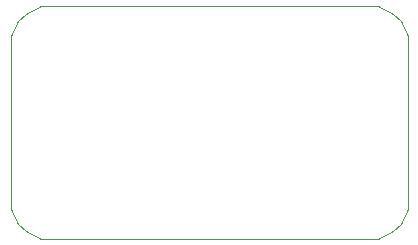
<source format=gbr>
G04 #@! TF.GenerationSoftware,KiCad,Pcbnew,5.1.2-f72e74a~84~ubuntu18.04.1*
G04 #@! TF.CreationDate,2019-07-02T23:06:04+08:00*
G04 #@! TF.ProjectId,cs4354-daughterboard,63733433-3534-42d6-9461-756768746572,rev?*
G04 #@! TF.SameCoordinates,Original*
G04 #@! TF.FileFunction,Profile,NP*
%FSLAX46Y46*%
G04 Gerber Fmt 4.6, Leading zero omitted, Abs format (unit mm)*
G04 Created by KiCad (PCBNEW 5.1.2-f72e74a~84~ubuntu18.04.1) date 2019-07-02 23:06:04*
%MOMM*%
%LPD*%
G04 APERTURE LIST*
%ADD10C,0.100000*%
G04 APERTURE END LIST*
D10*
X154686000Y-57912000D02*
X154686000Y-58547000D01*
X154051000Y-56642000D02*
X154686000Y-57912000D01*
X153416000Y-56007000D02*
X154051000Y-56642000D01*
X152146000Y-55372000D02*
X153416000Y-56007000D01*
X151511000Y-55372000D02*
X152146000Y-55372000D01*
X154686000Y-72517000D02*
X154686000Y-71882000D01*
X154051000Y-73787000D02*
X154686000Y-72517000D01*
X153416000Y-74422000D02*
X154051000Y-73787000D01*
X152146000Y-75057000D02*
X153416000Y-74422000D01*
X151511000Y-75057000D02*
X152146000Y-75057000D01*
X121031000Y-72517000D02*
X121031000Y-71882000D01*
X121666000Y-73787000D02*
X121031000Y-72517000D01*
X122301000Y-74422000D02*
X121666000Y-73787000D01*
X123571000Y-75057000D02*
X122301000Y-74422000D01*
X124206000Y-75057000D02*
X123571000Y-75057000D01*
X121031000Y-57912000D02*
X121031000Y-58547000D01*
X121666000Y-56642000D02*
X121031000Y-57912000D01*
X122301000Y-56007000D02*
X121666000Y-56642000D01*
X123571000Y-55372000D02*
X122301000Y-56007000D01*
X124206000Y-55372000D02*
X123571000Y-55372000D01*
X124206000Y-75057000D02*
X151511000Y-75057000D01*
X124206000Y-55372000D02*
X151511000Y-55372000D01*
X121031000Y-59182000D02*
X121031000Y-58547000D01*
X154686000Y-58547000D02*
X154686000Y-71882000D01*
X121031000Y-71882000D02*
X121031000Y-59182000D01*
M02*

</source>
